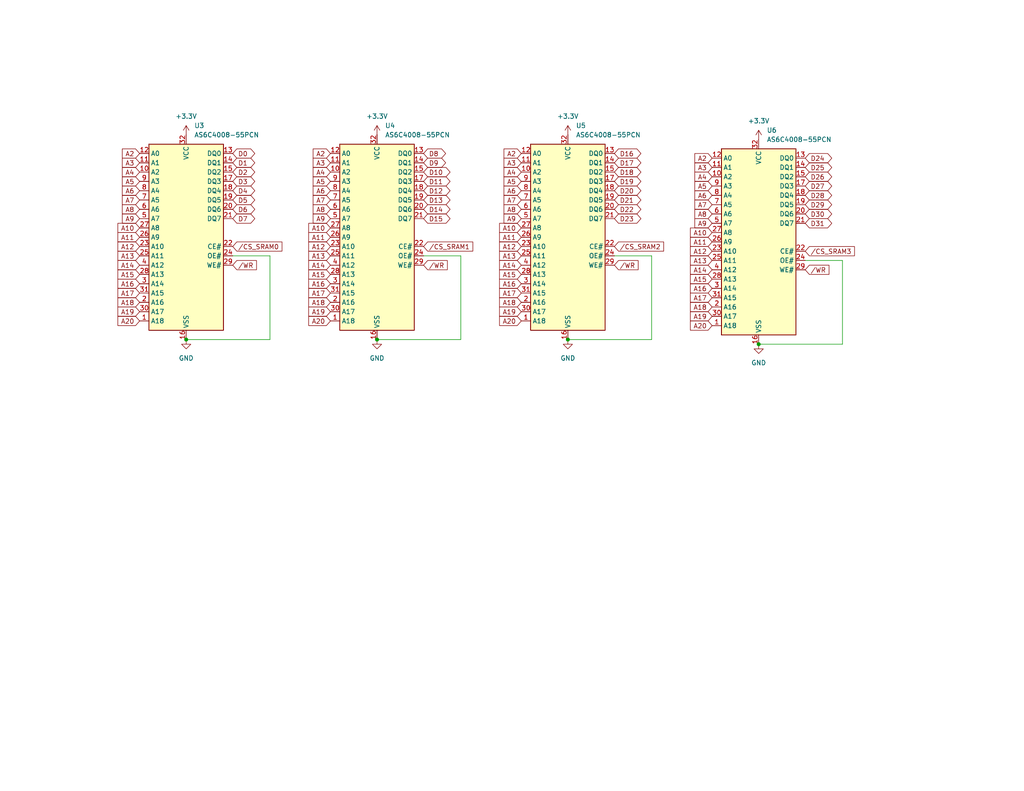
<source format=kicad_sch>
(kicad_sch (version 20231120) (generator "eeschema") (generator_version "8.0")
  (paper "USLetter")
  (title_block (title "Marlin 486 Proto") (date "2024-11-10") (rev "0.1") (company "Colin Maykish"))
  (lib_symbols
    (symbol "Memory_RAM:AS6C4008-55PCN"
      (property "Reference" "U" (at -10.16 26.035 0))
      (property "Value" "AS6C4008-55PCN" (at 2.54 26.035 0))
      (symbol "AS6C4008-55PCN_0_0"
        (pin power_in line (at 0 -27.94 90) (length 2.54) (name "VSS") (number "16"))
        (pin power_in line (at 0 27.94 270) (length 2.54) (name "VCC") (number "32"))
      )
      (symbol "AS6C4008-55PCN_0_1"
        (rectangle (start -10.16 25.4) (end 10.16 -25.4) (stroke (width 0.254)) (fill (type background)))
      )
      (symbol "AS6C4008-55PCN_1_1"
        (pin input line (at -12.7 -22.86 0) (length 2.54) (name "A18") (number "1"))
        (pin input line (at -12.7 17.78 0) (length 2.54) (name "A2") (number "10"))
        (pin input line (at -12.7 20.32 0) (length 2.54) (name "A1") (number "11"))
        (pin input line (at -12.7 22.86 0) (length 2.54) (name "A0") (number "12"))
        (pin tri_state line (at 12.7 22.86 180) (length 2.54) (name "DQ0") (number "13"))
        (pin tri_state line (at 12.7 20.32 180) (length 2.54) (name "DQ1") (number "14"))
        (pin tri_state line (at 12.7 17.78 180) (length 2.54) (name "DQ2") (number "15"))
        (pin tri_state line (at 12.7 15.24 180) (length 2.54) (name "DQ3") (number "17"))
        (pin tri_state line (at 12.7 12.7 180) (length 2.54) (name "DQ4") (number "18"))
        (pin tri_state line (at 12.7 10.16 180) (length 2.54) (name "DQ5") (number "19"))
        (pin input line (at -12.7 -17.78 0) (length 2.54) (name "A16") (number "2"))
        (pin tri_state line (at 12.7 7.62 180) (length 2.54) (name "DQ6") (number "20"))
        (pin tri_state line (at 12.7 5.08 180) (length 2.54) (name "DQ7") (number "21"))
        (pin input line (at 12.7 -2.54 180) (length 2.54) (name "CE#") (number "22"))
        (pin input line (at -12.7 -2.54 0) (length 2.54) (name "A10") (number "23"))
        (pin input line (at 12.7 -5.08 180) (length 2.54) (name "OE#") (number "24"))
        (pin input line (at -12.7 -5.08 0) (length 2.54) (name "A11") (number "25"))
        (pin input line (at -12.7 0 0) (length 2.54) (name "A9") (number "26"))
        (pin input line (at -12.7 2.54 0) (length 2.54) (name "A8") (number "27"))
        (pin input line (at -12.7 -10.16 0) (length 2.54) (name "A13") (number "28"))
        (pin input line (at 12.7 -7.62 180) (length 2.54) (name "WE#") (number "29"))
        (pin input line (at -12.7 -12.7 0) (length 2.54) (name "A14") (number "3"))
        (pin input line (at -12.7 -20.32 0) (length 2.54) (name "A17") (number "30"))
        (pin input line (at -12.7 -15.24 0) (length 2.54) (name "A15") (number "31"))
        (pin input line (at -12.7 -7.62 0) (length 2.54) (name "A12") (number "4"))
        (pin input line (at -12.7 5.08 0) (length 2.54) (name "A7") (number "5"))
        (pin input line (at -12.7 7.62 0) (length 2.54) (name "A6") (number "6"))
        (pin input line (at -12.7 10.16 0) (length 2.54) (name "A5") (number "7"))
        (pin input line (at -12.7 12.7 0) (length 2.54) (name "A4") (number "8"))
        (pin input line (at -12.7 15.24 0) (length 2.54) (name "A3") (number "9"))
      )
    )
    (symbol "power:+3.3V" (power) (pin_numbers hide) (pin_names (offset 0) hide)
      (property "Value" "+3.3V" (at 0 3.556 0))
      (symbol "+3.3V_0_1"
        (polyline (pts (xy -0.762 1.27) (xy 0 2.54)))
        (polyline (pts (xy 0 0) (xy 0 2.54)))
        (polyline (pts (xy 0 2.54) (xy 0.762 1.27)))
      )
      (symbol "+3.3V_1_1"
        (pin power_in line (at 0 0 90) (length 0) (name "~") (number "1"))
      )
    )
    (symbol "power:GND" (power) (pin_numbers hide) (pin_names (offset 0) hide)
      (property "Value" "GND" (at 0 -3.81 0))
      (symbol "GND_0_1"
        (polyline (pts (xy 0 0) (xy 0 -1.27) (xy 1.27 -1.27) (xy 0 -2.54) (xy -1.27 -1.27) (xy 0 -1.27)))
      )
      (symbol "GND_1_1"
        (pin power_in line (at 0 0 270) (length 0) (name "~") (number "1"))
      )
    )
  )
  (junction (at 207.01 93.98))
  (junction (at 154.94 92.71))
  (junction (at 50.8 92.71))
  (junction (at 102.87 92.71))
  (wire (pts (xy 229.87 71.12) (xy 229.87 93.98)))
  (wire (pts (xy 63.5 69.85) (xy 73.66 69.85)))
  (wire (pts (xy 73.66 69.85) (xy 73.66 92.71)))
  (wire (pts (xy 115.57 69.85) (xy 125.73 69.85)))
  (wire (pts (xy 177.8 69.85) (xy 177.8 92.71)))
  (wire (pts (xy 125.73 92.71) (xy 102.87 92.71)))
  (wire (pts (xy 167.64 69.85) (xy 177.8 69.85)))
  (wire (pts (xy 177.8 92.71) (xy 154.94 92.71)))
  (wire (pts (xy 229.87 93.98) (xy 207.01 93.98)))
  (wire (pts (xy 219.71 71.12) (xy 229.87 71.12)))
  (wire (pts (xy 125.73 69.85) (xy 125.73 92.71)))
  (wire (pts (xy 73.66 92.71) (xy 50.8 92.71)))
  (global_label "A12" (shape input) (at 90.17 67.31 180) (property "Intersheetrefs" "${INTERSHEET_REFS}" (effects (hide yes))))
  (global_label "{slash}WR" (shape input) (at 115.57 72.39 0) (property "Intersheetrefs" "${INTERSHEET_REFS}" (effects (hide yes))))
  (global_label "{slash}WR" (shape input) (at 63.5 72.39 0) (property "Intersheetrefs" "${INTERSHEET_REFS}" (effects (hide yes))))
  (global_label "A17" (shape input) (at 38.1 80.01 180) (property "Intersheetrefs" "${INTERSHEET_REFS}" (effects (hide yes))))
  (global_label "A5" (shape input) (at 90.17 49.53 180) (property "Intersheetrefs" "${INTERSHEET_REFS}" (effects (hide yes))))
  (global_label "A8" (shape input) (at 90.17 57.15 180) (property "Intersheetrefs" "${INTERSHEET_REFS}" (effects (hide yes))))
  (global_label "A4" (shape input) (at 142.24 46.99 180) (property "Intersheetrefs" "${INTERSHEET_REFS}" (effects (hide yes))))
  (global_label "D10" (shape bidirectional) (at 115.57 46.99 0) (property "Intersheetrefs" "${INTERSHEET_REFS}" (effects (hide yes))))
  (global_label "A13" (shape input) (at 194.31 71.12 180) (property "Intersheetrefs" "${INTERSHEET_REFS}" (effects (hide yes))))
  (global_label "A3" (shape input) (at 38.1 44.45 180) (property "Intersheetrefs" "${INTERSHEET_REFS}" (effects (hide yes))))
  (global_label "A16" (shape input) (at 38.1 77.47 180) (property "Intersheetrefs" "${INTERSHEET_REFS}" (effects (hide yes))))
  (global_label "A15" (shape input) (at 90.17 74.93 180) (property "Intersheetrefs" "${INTERSHEET_REFS}" (effects (hide yes))))
  (global_label "D28" (shape bidirectional) (at 219.71 53.34 0) (property "Intersheetrefs" "${INTERSHEET_REFS}" (effects (hide yes))))
  (global_label "A7" (shape input) (at 194.31 55.88 180) (property "Intersheetrefs" "${INTERSHEET_REFS}" (effects (hide yes))))
  (global_label "A10" (shape input) (at 38.1 62.23 180) (property "Intersheetrefs" "${INTERSHEET_REFS}" (effects (hide yes))))
  (global_label "D9" (shape bidirectional) (at 115.57 44.45 0) (property "Intersheetrefs" "${INTERSHEET_REFS}" (effects (hide yes))))
  (global_label "D18" (shape bidirectional) (at 167.64 46.99 0) (property "Intersheetrefs" "${INTERSHEET_REFS}" (effects (hide yes))))
  (global_label "A11" (shape input) (at 38.1 64.77 180) (property "Intersheetrefs" "${INTERSHEET_REFS}" (effects (hide yes))))
  (global_label "D27" (shape bidirectional) (at 219.71 50.8 0) (property "Intersheetrefs" "${INTERSHEET_REFS}" (effects (hide yes))))
  (global_label "A7" (shape input) (at 38.1 54.61 180) (property "Intersheetrefs" "${INTERSHEET_REFS}" (effects (hide yes))))
  (global_label "A10" (shape input) (at 194.31 63.5 180) (property "Intersheetrefs" "${INTERSHEET_REFS}" (effects (hide yes))))
  (global_label "A9" (shape input) (at 38.1 59.69 180) (property "Intersheetrefs" "${INTERSHEET_REFS}" (effects (hide yes))))
  (global_label "A6" (shape input) (at 142.24 52.07 180) (property "Intersheetrefs" "${INTERSHEET_REFS}" (effects (hide yes))))
  (global_label "A14" (shape input) (at 38.1 72.39 180) (property "Intersheetrefs" "${INTERSHEET_REFS}" (effects (hide yes))))
  (global_label "D3" (shape bidirectional) (at 63.5 49.53 0) (property "Intersheetrefs" "${INTERSHEET_REFS}" (effects (hide yes))))
  (global_label "D2" (shape bidirectional) (at 63.5 46.99 0) (property "Intersheetrefs" "${INTERSHEET_REFS}" (effects (hide yes))))
  (global_label "A20" (shape input) (at 142.24 87.63 180) (property "Intersheetrefs" "${INTERSHEET_REFS}" (effects (hide yes))))
  (global_label "A19" (shape input) (at 38.1 85.09 180) (property "Intersheetrefs" "${INTERSHEET_REFS}" (effects (hide yes))))
  (global_label "D11" (shape bidirectional) (at 115.57 49.53 0) (property "Intersheetrefs" "${INTERSHEET_REFS}" (effects (hide yes))))
  (global_label "A16" (shape input) (at 90.17 77.47 180) (property "Intersheetrefs" "${INTERSHEET_REFS}" (effects (hide yes))))
  (global_label "{slash}CS_SRAM2" (shape input) (at 167.64 67.31 0) (property "Intersheetrefs" "${INTERSHEET_REFS}" (effects (hide yes))))
  (global_label "D22" (shape bidirectional) (at 167.64 57.15 0) (property "Intersheetrefs" "${INTERSHEET_REFS}" (effects (hide yes))))
  (global_label "A3" (shape input) (at 142.24 44.45 180) (property "Intersheetrefs" "${INTERSHEET_REFS}" (effects (hide yes))))
  (global_label "A7" (shape input) (at 142.24 54.61 180) (property "Intersheetrefs" "${INTERSHEET_REFS}" (effects (hide yes))))
  (global_label "A19" (shape input) (at 142.24 85.09 180) (property "Intersheetrefs" "${INTERSHEET_REFS}" (effects (hide yes))))
  (global_label "A15" (shape input) (at 194.31 76.2 180) (property "Intersheetrefs" "${INTERSHEET_REFS}" (effects (hide yes))))
  (global_label "D31" (shape bidirectional) (at 219.71 60.96 0) (property "Intersheetrefs" "${INTERSHEET_REFS}" (effects (hide yes))))
  (global_label "A2" (shape input) (at 38.1 41.91 180) (property "Intersheetrefs" "${INTERSHEET_REFS}" (effects (hide yes))))
  (global_label "A8" (shape input) (at 38.1 57.15 180) (property "Intersheetrefs" "${INTERSHEET_REFS}" (effects (hide yes))))
  (global_label "D1" (shape bidirectional) (at 63.5 44.45 0) (property "Intersheetrefs" "${INTERSHEET_REFS}" (effects (hide yes))))
  (global_label "A10" (shape input) (at 90.17 62.23 180) (property "Intersheetrefs" "${INTERSHEET_REFS}" (effects (hide yes))))
  (global_label "A7" (shape input) (at 90.17 54.61 180) (property "Intersheetrefs" "${INTERSHEET_REFS}" (effects (hide yes))))
  (global_label "{slash}WR" (shape input) (at 219.71 73.66 0) (property "Intersheetrefs" "${INTERSHEET_REFS}" (effects (hide yes))))
  (global_label "D29" (shape bidirectional) (at 219.71 55.88 0) (property "Intersheetrefs" "${INTERSHEET_REFS}" (effects (hide yes))))
  (global_label "A12" (shape input) (at 38.1 67.31 180) (property "Intersheetrefs" "${INTERSHEET_REFS}" (effects (hide yes))))
  (global_label "D6" (shape bidirectional) (at 63.5 57.15 0) (property "Intersheetrefs" "${INTERSHEET_REFS}" (effects (hide yes))))
  (global_label "A16" (shape input) (at 194.31 78.74 180) (property "Intersheetrefs" "${INTERSHEET_REFS}" (effects (hide yes))))
  (global_label "A5" (shape input) (at 38.1 49.53 180) (property "Intersheetrefs" "${INTERSHEET_REFS}" (effects (hide yes))))
  (global_label "A15" (shape input) (at 142.24 74.93 180) (property "Intersheetrefs" "${INTERSHEET_REFS}" (effects (hide yes))))
  (global_label "A12" (shape input) (at 194.31 68.58 180) (property "Intersheetrefs" "${INTERSHEET_REFS}" (effects (hide yes))))
  (global_label "D0" (shape bidirectional) (at 63.5 41.91 0) (property "Intersheetrefs" "${INTERSHEET_REFS}" (effects (hide yes))))
  (global_label "D25" (shape bidirectional) (at 219.71 45.72 0) (property "Intersheetrefs" "${INTERSHEET_REFS}" (effects (hide yes))))
  (global_label "A17" (shape input) (at 90.17 80.01 180) (property "Intersheetrefs" "${INTERSHEET_REFS}" (effects (hide yes))))
  (global_label "A9" (shape input) (at 194.31 60.96 180) (property "Intersheetrefs" "${INTERSHEET_REFS}" (effects (hide yes))))
  (global_label "A2" (shape input) (at 142.24 41.91 180) (property "Intersheetrefs" "${INTERSHEET_REFS}" (effects (hide yes))))
  (global_label "D7" (shape bidirectional) (at 63.5 59.69 0) (property "Intersheetrefs" "${INTERSHEET_REFS}" (effects (hide yes))))
  (global_label "A13" (shape input) (at 142.24 69.85 180) (property "Intersheetrefs" "${INTERSHEET_REFS}" (effects (hide yes))))
  (global_label "A4" (shape input) (at 38.1 46.99 180) (property "Intersheetrefs" "${INTERSHEET_REFS}" (effects (hide yes))))
  (global_label "{slash}WR" (shape input) (at 167.64 72.39 0) (property "Intersheetrefs" "${INTERSHEET_REFS}" (effects (hide yes))))
  (global_label "A8" (shape input) (at 194.31 58.42 180) (property "Intersheetrefs" "${INTERSHEET_REFS}" (effects (hide yes))))
  (global_label "A16" (shape input) (at 142.24 77.47 180) (property "Intersheetrefs" "${INTERSHEET_REFS}" (effects (hide yes))))
  (global_label "D20" (shape bidirectional) (at 167.64 52.07 0) (property "Intersheetrefs" "${INTERSHEET_REFS}" (effects (hide yes))))
  (global_label "D4" (shape bidirectional) (at 63.5 52.07 0) (property "Intersheetrefs" "${INTERSHEET_REFS}" (effects (hide yes))))
  (global_label "A17" (shape input) (at 194.31 81.28 180) (property "Intersheetrefs" "${INTERSHEET_REFS}" (effects (hide yes))))
  (global_label "A17" (shape input) (at 142.24 80.01 180) (property "Intersheetrefs" "${INTERSHEET_REFS}" (effects (hide yes))))
  (global_label "A3" (shape input) (at 194.31 45.72 180) (property "Intersheetrefs" "${INTERSHEET_REFS}" (effects (hide yes))))
  (global_label "{slash}CS_SRAM3" (shape input) (at 219.71 68.58 0) (property "Intersheetrefs" "${INTERSHEET_REFS}" (effects (hide yes))))
  (global_label "A6" (shape input) (at 38.1 52.07 180) (property "Intersheetrefs" "${INTERSHEET_REFS}" (effects (hide yes))))
  (global_label "A14" (shape input) (at 142.24 72.39 180) (property "Intersheetrefs" "${INTERSHEET_REFS}" (effects (hide yes))))
  (global_label "A6" (shape input) (at 90.17 52.07 180) (property "Intersheetrefs" "${INTERSHEET_REFS}" (effects (hide yes))))
  (global_label "A20" (shape input) (at 38.1 87.63 180) (property "Intersheetrefs" "${INTERSHEET_REFS}" (effects (hide yes))))
  (global_label "A5" (shape input) (at 194.31 50.8 180) (property "Intersheetrefs" "${INTERSHEET_REFS}" (effects (hide yes))))
  (global_label "A19" (shape input) (at 90.17 85.09 180) (property "Intersheetrefs" "${INTERSHEET_REFS}" (effects (hide yes))))
  (global_label "A20" (shape input) (at 90.17 87.63 180) (property "Intersheetrefs" "${INTERSHEET_REFS}" (effects (hide yes))))
  (global_label "D8" (shape bidirectional) (at 115.57 41.91 0) (property "Intersheetrefs" "${INTERSHEET_REFS}" (effects (hide yes))))
  (global_label "A6" (shape input) (at 194.31 53.34 180) (property "Intersheetrefs" "${INTERSHEET_REFS}" (effects (hide yes))))
  (global_label "D24" (shape bidirectional) (at 219.71 43.18 0) (property "Intersheetrefs" "${INTERSHEET_REFS}" (effects (hide yes))))
  (global_label "A13" (shape input) (at 38.1 69.85 180) (property "Intersheetrefs" "${INTERSHEET_REFS}" (effects (hide yes))))
  (global_label "A9" (shape input) (at 142.24 59.69 180) (property "Intersheetrefs" "${INTERSHEET_REFS}" (effects (hide yes))))
  (global_label "A10" (shape input) (at 142.24 62.23 180) (property "Intersheetrefs" "${INTERSHEET_REFS}" (effects (hide yes))))
  (global_label "A3" (shape input) (at 90.17 44.45 180) (property "Intersheetrefs" "${INTERSHEET_REFS}" (effects (hide yes))))
  (global_label "D26" (shape bidirectional) (at 219.71 48.26 0) (property "Intersheetrefs" "${INTERSHEET_REFS}" (effects (hide yes))))
  (global_label "A5" (shape input) (at 142.24 49.53 180) (property "Intersheetrefs" "${INTERSHEET_REFS}" (effects (hide yes))))
  (global_label "A18" (shape input) (at 142.24 82.55 180) (property "Intersheetrefs" "${INTERSHEET_REFS}" (effects (hide yes))))
  (global_label "A11" (shape input) (at 90.17 64.77 180) (property "Intersheetrefs" "${INTERSHEET_REFS}" (effects (hide yes))))
  (global_label "A18" (shape input) (at 194.31 83.82 180) (property "Intersheetrefs" "${INTERSHEET_REFS}" (effects (hide yes))))
  (global_label "A14" (shape input) (at 90.17 72.39 180) (property "Intersheetrefs" "${INTERSHEET_REFS}" (effects (hide yes))))
  (global_label "D23" (shape bidirectional) (at 167.64 59.69 0) (property "Intersheetrefs" "${INTERSHEET_REFS}" (effects (hide yes))))
  (global_label "D14" (shape bidirectional) (at 115.57 57.15 0) (property "Intersheetrefs" "${INTERSHEET_REFS}" (effects (hide yes))))
  (global_label "A18" (shape input) (at 90.17 82.55 180) (property "Intersheetrefs" "${INTERSHEET_REFS}" (effects (hide yes))))
  (global_label "A9" (shape input) (at 90.17 59.69 180) (property "Intersheetrefs" "${INTERSHEET_REFS}" (effects (hide yes))))
  (global_label "D12" (shape bidirectional) (at 115.57 52.07 0) (property "Intersheetrefs" "${INTERSHEET_REFS}" (effects (hide yes))))
  (global_label "D21" (shape bidirectional) (at 167.64 54.61 0) (property "Intersheetrefs" "${INTERSHEET_REFS}" (effects (hide yes))))
  (global_label "A13" (shape input) (at 90.17 69.85 180) (property "Intersheetrefs" "${INTERSHEET_REFS}" (effects (hide yes))))
  (global_label "A15" (shape input) (at 38.1 74.93 180) (property "Intersheetrefs" "${INTERSHEET_REFS}" (effects (hide yes))))
  (global_label "{slash}CS_SRAM0" (shape input) (at 63.5 67.31 0) (property "Intersheetrefs" "${INTERSHEET_REFS}" (effects (hide yes))))
  (global_label "D16" (shape bidirectional) (at 167.64 41.91 0) (property "Intersheetrefs" "${INTERSHEET_REFS}" (effects (hide yes))))
  (global_label "D5" (shape bidirectional) (at 63.5 54.61 0) (property "Intersheetrefs" "${INTERSHEET_REFS}" (effects (hide yes))))
  (global_label "A20" (shape input) (at 194.31 88.9 180) (property "Intersheetrefs" "${INTERSHEET_REFS}" (effects (hide yes))))
  (global_label "A14" (shape input) (at 194.31 73.66 180) (property "Intersheetrefs" "${INTERSHEET_REFS}" (effects (hide yes))))
  (global_label "A12" (shape input) (at 142.24 67.31 180) (property "Intersheetrefs" "${INTERSHEET_REFS}" (effects (hide yes))))
  (global_label "D15" (shape bidirectional) (at 115.57 59.69 0) (property "Intersheetrefs" "${INTERSHEET_REFS}" (effects (hide yes))))
  (global_label "D30" (shape bidirectional) (at 219.71 58.42 0) (property "Intersheetrefs" "${INTERSHEET_REFS}" (effects (hide yes))))
  (global_label "A2" (shape input) (at 90.17 41.91 180) (property "Intersheetrefs" "${INTERSHEET_REFS}" (effects (hide yes))))
  (global_label "A11" (shape input) (at 194.31 66.04 180) (property "Intersheetrefs" "${INTERSHEET_REFS}" (effects (hide yes))))
  (global_label "D17" (shape bidirectional) (at 167.64 44.45 0) (property "Intersheetrefs" "${INTERSHEET_REFS}" (effects (hide yes))))
  (global_label "A4" (shape input) (at 90.17 46.99 180) (property "Intersheetrefs" "${INTERSHEET_REFS}" (effects (hide yes))))
  (global_label "D13" (shape bidirectional) (at 115.57 54.61 0) (property "Intersheetrefs" "${INTERSHEET_REFS}" (effects (hide yes))))
  (global_label "A11" (shape input) (at 142.24 64.77 180) (property "Intersheetrefs" "${INTERSHEET_REFS}" (effects (hide yes))))
  (global_label "A18" (shape input) (at 38.1 82.55 180) (property "Intersheetrefs" "${INTERSHEET_REFS}" (effects (hide yes))))
  (global_label "D19" (shape bidirectional) (at 167.64 49.53 0) (property "Intersheetrefs" "${INTERSHEET_REFS}" (effects (hide yes))))
  (global_label "{slash}CS_SRAM1" (shape input) (at 115.57 67.31 0) (property "Intersheetrefs" "${INTERSHEET_REFS}" (effects (hide yes))))
  (global_label "A2" (shape input) (at 194.31 43.18 180) (property "Intersheetrefs" "${INTERSHEET_REFS}" (effects (hide yes))))
  (global_label "A8" (shape input) (at 142.24 57.15 180) (property "Intersheetrefs" "${INTERSHEET_REFS}" (effects (hide yes))))
  (global_label "A19" (shape input) (at 194.31 86.36 180) (property "Intersheetrefs" "${INTERSHEET_REFS}" (effects (hide yes))))
  (global_label "A4" (shape input) (at 194.31 48.26 180) (property "Intersheetrefs" "${INTERSHEET_REFS}" (effects (hide yes))))
  (symbol (lib_id "Memory_RAM:AS6C4008-55PCN") (at 102.87 64.77 0) (unit 1)
    (property "Reference" "U4" (at 105.0641 34.29 0) (effects (justify left)))
    (property "Value" "AS6C4008-55PCN" (at 105.0641 36.83 0) (effects (justify left)))
    (property "Footprint" "Package_DIP:DIP-32_W15.24mm_Socket" (effects (hide yes)))
    (property "Datasheet" "https://www.alliancememory.com/wp-content/uploads/pdf/AS6C4008.pdf" (effects (hide yes)))
    (property "Description" "512K x 8 Low Power CMOS RAM, DIP-32" (effects (hide yes)))
  )
  (symbol (lib_id "power:+3.3V") (at 50.8 36.83 0) (unit 1)
    (property "Reference" "#PWR013" (effects (hide yes)))
    (property "Value" "+3.3V" (at 50.8 31.75 0))
    (property "Description" "Power symbol creates a global label with name \"+3.3V\"" (effects (hide yes)))
  )
  (symbol (lib_id "power:GND") (at 207.01 93.98 0) (unit 1)
    (property "Reference" "#PWR020" (effects (hide yes)))
    (property "Value" "GND" (at 207.01 99.06 0))
    (property "Description" "Power symbol creates a global label with name \"GND\" , ground" (effects (hide yes)))
  )
  (symbol (lib_id "power:+3.3V") (at 154.94 36.83 0) (unit 1)
    (property "Reference" "#PWR017" (effects (hide yes)))
    (property "Value" "+3.3V" (at 154.94 31.75 0))
    (property "Description" "Power symbol creates a global label with name \"+3.3V\"" (effects (hide yes)))
  )
  (symbol (lib_id "power:+3.3V") (at 207.01 38.1 0) (unit 1)
    (property "Reference" "#PWR019" (effects (hide yes)))
    (property "Value" "+3.3V" (at 207.01 33.02 0))
    (property "Description" "Power symbol creates a global label with name \"+3.3V\"" (effects (hide yes)))
  )
  (symbol (lib_id "power:GND") (at 102.87 92.71 0) (unit 1)
    (property "Reference" "#PWR016" (effects (hide yes)))
    (property "Value" "GND" (at 102.87 97.79 0))
    (property "Description" "Power symbol creates a global label with name \"GND\" , ground" (effects (hide yes)))
  )
  (symbol (lib_id "power:GND") (at 50.8 92.71 0) (unit 1)
    (property "Reference" "#PWR014" (effects (hide yes)))
    (property "Value" "GND" (at 50.8 97.79 0))
    (property "Description" "Power symbol creates a global label with name \"GND\" , ground" (effects (hide yes)))
  )
  (symbol (lib_id "Memory_RAM:AS6C4008-55PCN") (at 154.94 64.77 0) (unit 1)
    (property "Reference" "U5" (at 157.1341 34.29 0) (effects (justify left)))
    (property "Value" "AS6C4008-55PCN" (at 157.1341 36.83 0) (effects (justify left)))
    (property "Footprint" "Package_DIP:DIP-32_W15.24mm_Socket" (effects (hide yes)))
    (property "Datasheet" "https://www.alliancememory.com/wp-content/uploads/pdf/AS6C4008.pdf" (effects (hide yes)))
    (property "Description" "512K x 8 Low Power CMOS RAM, DIP-32" (effects (hide yes)))
  )
  (symbol (lib_id "Memory_RAM:AS6C4008-55PCN") (at 50.8 64.77 0) (unit 1)
    (property "Reference" "U3" (at 52.9941 34.29 0) (effects (justify left)))
    (property "Value" "AS6C4008-55PCN" (at 52.9941 36.83 0) (effects (justify left)))
    (property "Footprint" "Package_DIP:DIP-32_W15.24mm_Socket" (effects (hide yes)))
    (property "Datasheet" "https://www.alliancememory.com/wp-content/uploads/pdf/AS6C4008.pdf" (effects (hide yes)))
    (property "Description" "512K x 8 Low Power CMOS RAM, DIP-32" (effects (hide yes)))
  )
  (symbol (lib_id "power:+3.3V") (at 102.87 36.83 0) (unit 1)
    (property "Reference" "#PWR015" (effects (hide yes)))
    (property "Value" "+3.3V" (at 102.87 31.75 0))
    (property "Description" "Power symbol creates a global label with name \"+3.3V\"" (effects (hide yes)))
  )
  (symbol (lib_id "power:GND") (at 154.94 92.71 0) (unit 1)
    (property "Reference" "#PWR018" (effects (hide yes)))
    (property "Value" "GND" (at 154.94 97.79 0))
    (property "Description" "Power symbol creates a global label with name \"GND\" , ground" (effects (hide yes)))
  )
  (symbol (lib_id "Memory_RAM:AS6C4008-55PCN") (at 207.01 66.04 0) (unit 1)
    (property "Reference" "U6" (at 209.2041 35.56 0) (effects (justify left)))
    (property "Value" "AS6C4008-55PCN" (at 209.2041 38.1 0) (effects (justify left)))
    (property "Footprint" "Package_DIP:DIP-32_W15.24mm_Socket" (effects (hide yes)))
    (property "Datasheet" "https://www.alliancememory.com/wp-content/uploads/pdf/AS6C4008.pdf" (effects (hide yes)))
    (property "Description" "512K x 8 Low Power CMOS RAM, DIP-32" (effects (hide yes)))
  )
)
</source>
